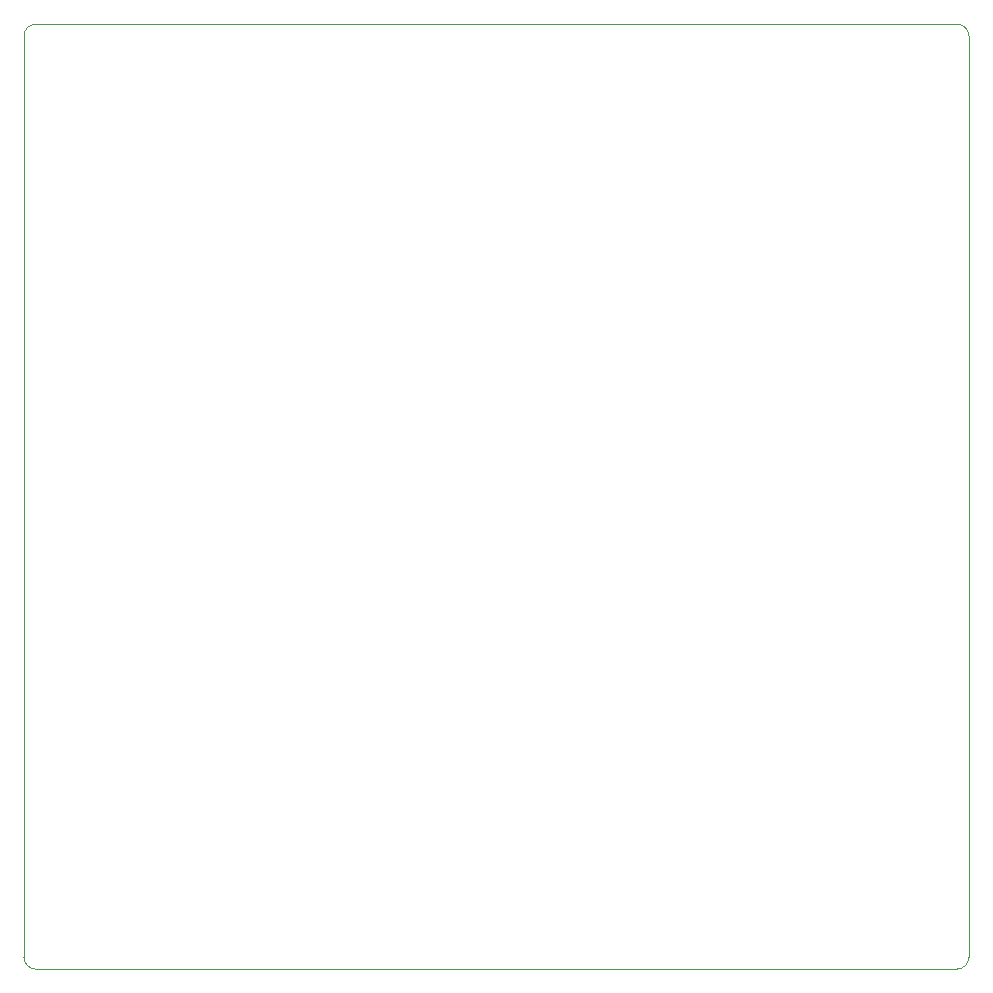
<source format=gm1>
G04 #@! TF.GenerationSoftware,KiCad,Pcbnew,(5.1.6)-1*
G04 #@! TF.CreationDate,2021-04-16T13:49:19+02:00*
G04 #@! TF.ProjectId,Interfaceboard,496e7465-7266-4616-9365-626f6172642e,Version 1*
G04 #@! TF.SameCoordinates,Original*
G04 #@! TF.FileFunction,Profile,NP*
%FSLAX46Y46*%
G04 Gerber Fmt 4.6, Leading zero omitted, Abs format (unit mm)*
G04 Created by KiCad (PCBNEW (5.1.6)-1) date 2021-04-16 13:49:19*
%MOMM*%
%LPD*%
G01*
G04 APERTURE LIST*
G04 #@! TA.AperFunction,Profile*
%ADD10C,0.050000*%
G04 #@! TD*
G04 APERTURE END LIST*
D10*
X106000000Y-130000000D02*
G75*
G02*
X105000000Y-129000000I0J1000000D01*
G01*
X185000000Y-129000000D02*
G75*
G02*
X184000000Y-130000000I-1000000J0D01*
G01*
X184000000Y-50000000D02*
G75*
G02*
X185000000Y-51000000I0J-1000000D01*
G01*
X105000000Y-51000000D02*
G75*
G02*
X106000000Y-50000000I1000000J0D01*
G01*
X105000000Y-129000000D02*
X105000000Y-51000000D01*
X106000000Y-50000000D02*
X184000000Y-50000000D01*
X185000000Y-129000000D02*
X185000000Y-51000000D01*
X106000000Y-130000000D02*
X184000000Y-130000000D01*
M02*

</source>
